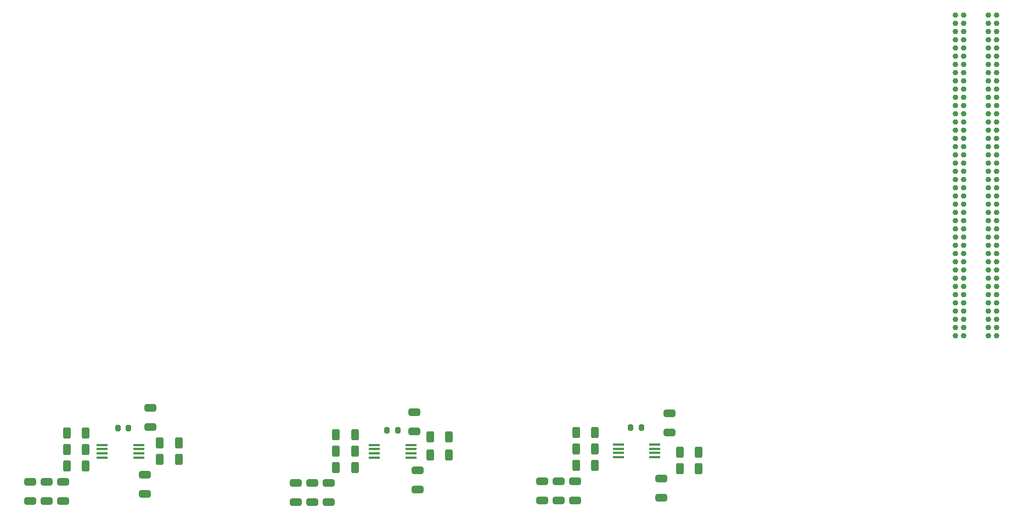
<source format=gbr>
G04 #@! TF.GenerationSoftware,KiCad,Pcbnew,7.0.0*
G04 #@! TF.CreationDate,2024-03-13T15:56:49+01:00*
G04 #@! TF.ProjectId,ADAU1787_rack,41444155-3137-4383-975f-7261636b2e6b,rev?*
G04 #@! TF.SameCoordinates,Original*
G04 #@! TF.FileFunction,Paste,Bot*
G04 #@! TF.FilePolarity,Positive*
%FSLAX46Y46*%
G04 Gerber Fmt 4.6, Leading zero omitted, Abs format (unit mm)*
G04 Created by KiCad (PCBNEW 7.0.0) date 2024-03-13 15:56:49*
%MOMM*%
%LPD*%
G01*
G04 APERTURE LIST*
G04 Aperture macros list*
%AMRoundRect*
0 Rectangle with rounded corners*
0 $1 Rounding radius*
0 $2 $3 $4 $5 $6 $7 $8 $9 X,Y pos of 4 corners*
0 Add a 4 corners polygon primitive as box body*
4,1,4,$2,$3,$4,$5,$6,$7,$8,$9,$2,$3,0*
0 Add four circle primitives for the rounded corners*
1,1,$1+$1,$2,$3*
1,1,$1+$1,$4,$5*
1,1,$1+$1,$6,$7*
1,1,$1+$1,$8,$9*
0 Add four rect primitives between the rounded corners*
20,1,$1+$1,$2,$3,$4,$5,0*
20,1,$1+$1,$4,$5,$6,$7,0*
20,1,$1+$1,$6,$7,$8,$9,0*
20,1,$1+$1,$8,$9,$2,$3,0*%
G04 Aperture macros list end*
%ADD10C,0.445000*%
%ADD11RoundRect,0.250000X0.312500X0.625000X-0.312500X0.625000X-0.312500X-0.625000X0.312500X-0.625000X0*%
%ADD12RoundRect,0.250000X0.650000X-0.325000X0.650000X0.325000X-0.650000X0.325000X-0.650000X-0.325000X0*%
%ADD13RoundRect,0.200000X-0.200000X-0.275000X0.200000X-0.275000X0.200000X0.275000X-0.200000X0.275000X0*%
%ADD14RoundRect,0.250000X-0.312500X-0.625000X0.312500X-0.625000X0.312500X0.625000X-0.312500X0.625000X0*%
%ADD15R,1.655432X0.380766*%
%ADD16RoundRect,0.250000X-0.650000X0.325000X-0.650000X-0.325000X0.650000X-0.325000X0.650000X0.325000X0*%
G04 APERTURE END LIST*
D10*
X248077500Y-139535000D02*
G75*
G03*
X248077500Y-139535000I-222500J0D01*
G01*
X246807500Y-139535000D02*
G75*
G03*
X246807500Y-139535000I-222500J0D01*
G01*
X242997500Y-139535000D02*
G75*
G03*
X242997500Y-139535000I-222500J0D01*
G01*
X241727500Y-139535000D02*
G75*
G03*
X241727500Y-139535000I-222500J0D01*
G01*
X248077500Y-140805000D02*
G75*
G03*
X248077500Y-140805000I-222500J0D01*
G01*
X246807500Y-140805000D02*
G75*
G03*
X246807500Y-140805000I-222500J0D01*
G01*
X242997500Y-140805000D02*
G75*
G03*
X242997500Y-140805000I-222500J0D01*
G01*
X241727500Y-140805000D02*
G75*
G03*
X241727500Y-140805000I-222500J0D01*
G01*
X248077500Y-142075000D02*
G75*
G03*
X248077500Y-142075000I-222500J0D01*
G01*
X246807500Y-142075000D02*
G75*
G03*
X246807500Y-142075000I-222500J0D01*
G01*
X242997500Y-142075000D02*
G75*
G03*
X242997500Y-142075000I-222500J0D01*
G01*
X241727500Y-142075000D02*
G75*
G03*
X241727500Y-142075000I-222500J0D01*
G01*
X248077500Y-143345000D02*
G75*
G03*
X248077500Y-143345000I-222500J0D01*
G01*
X246807500Y-143345000D02*
G75*
G03*
X246807500Y-143345000I-222500J0D01*
G01*
X242997500Y-143345000D02*
G75*
G03*
X242997500Y-143345000I-222500J0D01*
G01*
X241727500Y-143345000D02*
G75*
G03*
X241727500Y-143345000I-222500J0D01*
G01*
X248077500Y-144615000D02*
G75*
G03*
X248077500Y-144615000I-222500J0D01*
G01*
X246807500Y-144615000D02*
G75*
G03*
X246807500Y-144615000I-222500J0D01*
G01*
X242997500Y-144615000D02*
G75*
G03*
X242997500Y-144615000I-222500J0D01*
G01*
X241727500Y-144615000D02*
G75*
G03*
X241727500Y-144615000I-222500J0D01*
G01*
X248077500Y-145885000D02*
G75*
G03*
X248077500Y-145885000I-222500J0D01*
G01*
X246807500Y-145885000D02*
G75*
G03*
X246807500Y-145885000I-222500J0D01*
G01*
X242997500Y-145885000D02*
G75*
G03*
X242997500Y-145885000I-222500J0D01*
G01*
X241727500Y-145885000D02*
G75*
G03*
X241727500Y-145885000I-222500J0D01*
G01*
X248077500Y-147155000D02*
G75*
G03*
X248077500Y-147155000I-222500J0D01*
G01*
X246807500Y-147155000D02*
G75*
G03*
X246807500Y-147155000I-222500J0D01*
G01*
X242997500Y-147155000D02*
G75*
G03*
X242997500Y-147155000I-222500J0D01*
G01*
X241727500Y-147155000D02*
G75*
G03*
X241727500Y-147155000I-222500J0D01*
G01*
X248077500Y-148425000D02*
G75*
G03*
X248077500Y-148425000I-222500J0D01*
G01*
X246807500Y-148425000D02*
G75*
G03*
X246807500Y-148425000I-222500J0D01*
G01*
X242997500Y-148425000D02*
G75*
G03*
X242997500Y-148425000I-222500J0D01*
G01*
X241727500Y-148425000D02*
G75*
G03*
X241727500Y-148425000I-222500J0D01*
G01*
X248077500Y-149695000D02*
G75*
G03*
X248077500Y-149695000I-222500J0D01*
G01*
X246807500Y-149695000D02*
G75*
G03*
X246807500Y-149695000I-222500J0D01*
G01*
X242997500Y-149695000D02*
G75*
G03*
X242997500Y-149695000I-222500J0D01*
G01*
X241727500Y-149695000D02*
G75*
G03*
X241727500Y-149695000I-222500J0D01*
G01*
X248077500Y-150965000D02*
G75*
G03*
X248077500Y-150965000I-222500J0D01*
G01*
X246807500Y-150965000D02*
G75*
G03*
X246807500Y-150965000I-222500J0D01*
G01*
X242997500Y-150965000D02*
G75*
G03*
X242997500Y-150965000I-222500J0D01*
G01*
X241727500Y-150965000D02*
G75*
G03*
X241727500Y-150965000I-222500J0D01*
G01*
X248077500Y-152235000D02*
G75*
G03*
X248077500Y-152235000I-222500J0D01*
G01*
X246807500Y-152235000D02*
G75*
G03*
X246807500Y-152235000I-222500J0D01*
G01*
X242997500Y-152235000D02*
G75*
G03*
X242997500Y-152235000I-222500J0D01*
G01*
X241727500Y-152235000D02*
G75*
G03*
X241727500Y-152235000I-222500J0D01*
G01*
X248077500Y-153505000D02*
G75*
G03*
X248077500Y-153505000I-222500J0D01*
G01*
X246807500Y-153505000D02*
G75*
G03*
X246807500Y-153505000I-222500J0D01*
G01*
X242997500Y-153505000D02*
G75*
G03*
X242997500Y-153505000I-222500J0D01*
G01*
X241727500Y-153505000D02*
G75*
G03*
X241727500Y-153505000I-222500J0D01*
G01*
X248077500Y-154775000D02*
G75*
G03*
X248077500Y-154775000I-222500J0D01*
G01*
X246807500Y-154775000D02*
G75*
G03*
X246807500Y-154775000I-222500J0D01*
G01*
X242997500Y-154775000D02*
G75*
G03*
X242997500Y-154775000I-222500J0D01*
G01*
X241727500Y-154775000D02*
G75*
G03*
X241727500Y-154775000I-222500J0D01*
G01*
X248077500Y-156045000D02*
G75*
G03*
X248077500Y-156045000I-222500J0D01*
G01*
X246807500Y-156045000D02*
G75*
G03*
X246807500Y-156045000I-222500J0D01*
G01*
X242997500Y-156045000D02*
G75*
G03*
X242997500Y-156045000I-222500J0D01*
G01*
X241727500Y-156045000D02*
G75*
G03*
X241727500Y-156045000I-222500J0D01*
G01*
X248077500Y-157315000D02*
G75*
G03*
X248077500Y-157315000I-222500J0D01*
G01*
X246807500Y-157315000D02*
G75*
G03*
X246807500Y-157315000I-222500J0D01*
G01*
X242997500Y-157315000D02*
G75*
G03*
X242997500Y-157315000I-222500J0D01*
G01*
X241727500Y-157315000D02*
G75*
G03*
X241727500Y-157315000I-222500J0D01*
G01*
X248077500Y-158585000D02*
G75*
G03*
X248077500Y-158585000I-222500J0D01*
G01*
X246807500Y-158585000D02*
G75*
G03*
X246807500Y-158585000I-222500J0D01*
G01*
X242997500Y-158585000D02*
G75*
G03*
X242997500Y-158585000I-222500J0D01*
G01*
X241727500Y-158585000D02*
G75*
G03*
X241727500Y-158585000I-222500J0D01*
G01*
X248077500Y-159855000D02*
G75*
G03*
X248077500Y-159855000I-222500J0D01*
G01*
X246807500Y-159855000D02*
G75*
G03*
X246807500Y-159855000I-222500J0D01*
G01*
X242997500Y-159855000D02*
G75*
G03*
X242997500Y-159855000I-222500J0D01*
G01*
X241727500Y-159855000D02*
G75*
G03*
X241727500Y-159855000I-222500J0D01*
G01*
X248077500Y-161125000D02*
G75*
G03*
X248077500Y-161125000I-222500J0D01*
G01*
X246807500Y-161125000D02*
G75*
G03*
X246807500Y-161125000I-222500J0D01*
G01*
X242997500Y-161125000D02*
G75*
G03*
X242997500Y-161125000I-222500J0D01*
G01*
X241727500Y-161125000D02*
G75*
G03*
X241727500Y-161125000I-222500J0D01*
G01*
X248077500Y-162395000D02*
G75*
G03*
X248077500Y-162395000I-222500J0D01*
G01*
X246807500Y-162395000D02*
G75*
G03*
X246807500Y-162395000I-222500J0D01*
G01*
X242997500Y-162395000D02*
G75*
G03*
X242997500Y-162395000I-222500J0D01*
G01*
X241727500Y-162395000D02*
G75*
G03*
X241727500Y-162395000I-222500J0D01*
G01*
X248077500Y-163665000D02*
G75*
G03*
X248077500Y-163665000I-222500J0D01*
G01*
X246807500Y-163665000D02*
G75*
G03*
X246807500Y-163665000I-222500J0D01*
G01*
X242997500Y-163665000D02*
G75*
G03*
X242997500Y-163665000I-222500J0D01*
G01*
X241727500Y-163665000D02*
G75*
G03*
X241727500Y-163665000I-222500J0D01*
G01*
X248077500Y-164935000D02*
G75*
G03*
X248077500Y-164935000I-222500J0D01*
G01*
X246807500Y-164935000D02*
G75*
G03*
X246807500Y-164935000I-222500J0D01*
G01*
X242997500Y-164935000D02*
G75*
G03*
X242997500Y-164935000I-222500J0D01*
G01*
X241727500Y-164935000D02*
G75*
G03*
X241727500Y-164935000I-222500J0D01*
G01*
X248077500Y-166205000D02*
G75*
G03*
X248077500Y-166205000I-222500J0D01*
G01*
X246807500Y-166205000D02*
G75*
G03*
X246807500Y-166205000I-222500J0D01*
G01*
X242997500Y-166205000D02*
G75*
G03*
X242997500Y-166205000I-222500J0D01*
G01*
X241727500Y-166205000D02*
G75*
G03*
X241727500Y-166205000I-222500J0D01*
G01*
X248077500Y-167475000D02*
G75*
G03*
X248077500Y-167475000I-222500J0D01*
G01*
X246807500Y-167475000D02*
G75*
G03*
X246807500Y-167475000I-222500J0D01*
G01*
X242997500Y-167475000D02*
G75*
G03*
X242997500Y-167475000I-222500J0D01*
G01*
X241727500Y-167475000D02*
G75*
G03*
X241727500Y-167475000I-222500J0D01*
G01*
X248077500Y-168745000D02*
G75*
G03*
X248077500Y-168745000I-222500J0D01*
G01*
X246807500Y-168745000D02*
G75*
G03*
X246807500Y-168745000I-222500J0D01*
G01*
X242997500Y-168745000D02*
G75*
G03*
X242997500Y-168745000I-222500J0D01*
G01*
X241727500Y-168745000D02*
G75*
G03*
X241727500Y-168745000I-222500J0D01*
G01*
X248077500Y-170015000D02*
G75*
G03*
X248077500Y-170015000I-222500J0D01*
G01*
X246807500Y-170015000D02*
G75*
G03*
X246807500Y-170015000I-222500J0D01*
G01*
X242997500Y-170015000D02*
G75*
G03*
X242997500Y-170015000I-222500J0D01*
G01*
X241727500Y-170015000D02*
G75*
G03*
X241727500Y-170015000I-222500J0D01*
G01*
X248077500Y-171285000D02*
G75*
G03*
X248077500Y-171285000I-222500J0D01*
G01*
X246807500Y-171285000D02*
G75*
G03*
X246807500Y-171285000I-222500J0D01*
G01*
X242997500Y-171285000D02*
G75*
G03*
X242997500Y-171285000I-222500J0D01*
G01*
X241727500Y-171285000D02*
G75*
G03*
X241727500Y-171285000I-222500J0D01*
G01*
X248077500Y-172555000D02*
G75*
G03*
X248077500Y-172555000I-222500J0D01*
G01*
X246807500Y-172555000D02*
G75*
G03*
X246807500Y-172555000I-222500J0D01*
G01*
X242997500Y-172555000D02*
G75*
G03*
X242997500Y-172555000I-222500J0D01*
G01*
X241727500Y-172555000D02*
G75*
G03*
X241727500Y-172555000I-222500J0D01*
G01*
X248077500Y-173825000D02*
G75*
G03*
X248077500Y-173825000I-222500J0D01*
G01*
X246807500Y-173825000D02*
G75*
G03*
X246807500Y-173825000I-222500J0D01*
G01*
X242997500Y-173825000D02*
G75*
G03*
X242997500Y-173825000I-222500J0D01*
G01*
X241727500Y-173825000D02*
G75*
G03*
X241727500Y-173825000I-222500J0D01*
G01*
X248077500Y-175095000D02*
G75*
G03*
X248077500Y-175095000I-222500J0D01*
G01*
X246807500Y-175095000D02*
G75*
G03*
X246807500Y-175095000I-222500J0D01*
G01*
X242997500Y-175095000D02*
G75*
G03*
X242997500Y-175095000I-222500J0D01*
G01*
X241727500Y-175095000D02*
G75*
G03*
X241727500Y-175095000I-222500J0D01*
G01*
X248077500Y-176365000D02*
G75*
G03*
X248077500Y-176365000I-222500J0D01*
G01*
X246807500Y-176365000D02*
G75*
G03*
X246807500Y-176365000I-222500J0D01*
G01*
X242997500Y-176365000D02*
G75*
G03*
X242997500Y-176365000I-222500J0D01*
G01*
X241727500Y-176365000D02*
G75*
G03*
X241727500Y-176365000I-222500J0D01*
G01*
X248077500Y-177635000D02*
G75*
G03*
X248077500Y-177635000I-222500J0D01*
G01*
X246807500Y-177635000D02*
G75*
G03*
X246807500Y-177635000I-222500J0D01*
G01*
X242997500Y-177635000D02*
G75*
G03*
X242997500Y-177635000I-222500J0D01*
G01*
X241727500Y-177635000D02*
G75*
G03*
X241727500Y-177635000I-222500J0D01*
G01*
X248077500Y-178905000D02*
G75*
G03*
X248077500Y-178905000I-222500J0D01*
G01*
X246807500Y-178905000D02*
G75*
G03*
X246807500Y-178905000I-222500J0D01*
G01*
X242997500Y-178905000D02*
G75*
G03*
X242997500Y-178905000I-222500J0D01*
G01*
X241727500Y-178905000D02*
G75*
G03*
X241727500Y-178905000I-222500J0D01*
G01*
X248077500Y-180175000D02*
G75*
G03*
X248077500Y-180175000I-222500J0D01*
G01*
X246807500Y-180175000D02*
G75*
G03*
X246807500Y-180175000I-222500J0D01*
G01*
X242997500Y-180175000D02*
G75*
G03*
X242997500Y-180175000I-222500J0D01*
G01*
X241727500Y-180175000D02*
G75*
G03*
X241727500Y-180175000I-222500J0D01*
G01*
X248077500Y-181445000D02*
G75*
G03*
X248077500Y-181445000I-222500J0D01*
G01*
X246807500Y-181445000D02*
G75*
G03*
X246807500Y-181445000I-222500J0D01*
G01*
X242997500Y-181445000D02*
G75*
G03*
X242997500Y-181445000I-222500J0D01*
G01*
X241727500Y-181445000D02*
G75*
G03*
X241727500Y-181445000I-222500J0D01*
G01*
X248077500Y-182715000D02*
G75*
G03*
X248077500Y-182715000I-222500J0D01*
G01*
X246807500Y-182715000D02*
G75*
G03*
X246807500Y-182715000I-222500J0D01*
G01*
X242997500Y-182715000D02*
G75*
G03*
X242997500Y-182715000I-222500J0D01*
G01*
X241727500Y-182715000D02*
G75*
G03*
X241727500Y-182715000I-222500J0D01*
G01*
X248077500Y-183985000D02*
G75*
G03*
X248077500Y-183985000I-222500J0D01*
G01*
X246807500Y-183985000D02*
G75*
G03*
X246807500Y-183985000I-222500J0D01*
G01*
X242997500Y-183985000D02*
G75*
G03*
X242997500Y-183985000I-222500J0D01*
G01*
X241727500Y-183985000D02*
G75*
G03*
X241727500Y-183985000I-222500J0D01*
G01*
X248077500Y-185255000D02*
G75*
G03*
X248077500Y-185255000I-222500J0D01*
G01*
X246807500Y-185255000D02*
G75*
G03*
X246807500Y-185255000I-222500J0D01*
G01*
X242997500Y-185255000D02*
G75*
G03*
X242997500Y-185255000I-222500J0D01*
G01*
X241727500Y-185255000D02*
G75*
G03*
X241727500Y-185255000I-222500J0D01*
G01*
X248077500Y-186525000D02*
G75*
G03*
X248077500Y-186525000I-222500J0D01*
G01*
X246807500Y-186525000D02*
G75*
G03*
X246807500Y-186525000I-222500J0D01*
G01*
X242997500Y-186525000D02*
G75*
G03*
X242997500Y-186525000I-222500J0D01*
G01*
X241727500Y-186525000D02*
G75*
G03*
X241727500Y-186525000I-222500J0D01*
G01*
X248077500Y-187795000D02*
G75*
G03*
X248077500Y-187795000I-222500J0D01*
G01*
X246807500Y-187795000D02*
G75*
G03*
X246807500Y-187795000I-222500J0D01*
G01*
X242997500Y-187795000D02*
G75*
G03*
X242997500Y-187795000I-222500J0D01*
G01*
X241727500Y-187795000D02*
G75*
G03*
X241727500Y-187795000I-222500J0D01*
G01*
X248077500Y-189065000D02*
G75*
G03*
X248077500Y-189065000I-222500J0D01*
G01*
X246807500Y-189065000D02*
G75*
G03*
X246807500Y-189065000I-222500J0D01*
G01*
X242997500Y-189065000D02*
G75*
G03*
X242997500Y-189065000I-222500J0D01*
G01*
X241727500Y-189065000D02*
G75*
G03*
X241727500Y-189065000I-222500J0D01*
G01*
D11*
X185888000Y-206546998D03*
X182963000Y-206546998D03*
X201890000Y-207054998D03*
X198965000Y-207054998D03*
X148844000Y-204372000D03*
X145919000Y-204372000D03*
X121685550Y-205642000D03*
X118760550Y-205642000D03*
D12*
X144780000Y-214737000D03*
X144780000Y-211787000D03*
D11*
X107334550Y-209198000D03*
X104409550Y-209198000D03*
D12*
X116413050Y-213467000D03*
X116413050Y-210517000D03*
X101300050Y-214610000D03*
X101300050Y-211660000D03*
D11*
X148844000Y-206912000D03*
X145919000Y-206912000D03*
D12*
X182798732Y-214491999D03*
X182798732Y-211541999D03*
D11*
X107334550Y-204118000D03*
X104409550Y-204118000D03*
D12*
X139700000Y-214737000D03*
X139700000Y-211787000D03*
D13*
X112286050Y-203356000D03*
X113936050Y-203356000D03*
D14*
X118760550Y-208182000D03*
X121685550Y-208182000D03*
X160462500Y-207518000D03*
X163387500Y-207518000D03*
D15*
X195134767Y-205866999D03*
X195134767Y-206516997D03*
X195134767Y-207166999D03*
X195134767Y-207816997D03*
X189483999Y-207816997D03*
X189483999Y-207166999D03*
X189483999Y-206516997D03*
X189483999Y-205866999D03*
D11*
X148844000Y-209452000D03*
X145919000Y-209452000D03*
D12*
X196150768Y-214068998D03*
X196150768Y-211118998D03*
X177718732Y-214491999D03*
X177718732Y-211541999D03*
X98760050Y-214610000D03*
X98760050Y-211660000D03*
D15*
X157489883Y-205937000D03*
X157489883Y-206586998D03*
X157489883Y-207237000D03*
X157489883Y-207886998D03*
X151839115Y-207886998D03*
X151839115Y-207237000D03*
X151839115Y-206586998D03*
X151839115Y-205937000D03*
D16*
X117302050Y-200230000D03*
X117302050Y-203180000D03*
D11*
X163387500Y-204724000D03*
X160462500Y-204724000D03*
D15*
X115533933Y-205937000D03*
X115533933Y-206586998D03*
X115533933Y-207237000D03*
X115533933Y-207886998D03*
X109883165Y-207886998D03*
X109883165Y-207237000D03*
X109883165Y-206586998D03*
X109883165Y-205937000D03*
D16*
X157988000Y-200914000D03*
X157988000Y-203864000D03*
D12*
X180258732Y-214491999D03*
X180258732Y-211541999D03*
D13*
X191413000Y-203244998D03*
X193063000Y-203244998D03*
D11*
X107334550Y-206658000D03*
X104409550Y-206658000D03*
D13*
X153798000Y-203708000D03*
X155448000Y-203708000D03*
D14*
X198965000Y-209594998D03*
X201890000Y-209594998D03*
D11*
X185888000Y-209086998D03*
X182963000Y-209086998D03*
D12*
X142240000Y-214737000D03*
X142240000Y-211787000D03*
D11*
X185888000Y-204006998D03*
X182963000Y-204006998D03*
D16*
X197420768Y-201056998D03*
X197420768Y-204006998D03*
D12*
X158496000Y-212803000D03*
X158496000Y-209853000D03*
X103840050Y-214610000D03*
X103840050Y-211660000D03*
M02*

</source>
